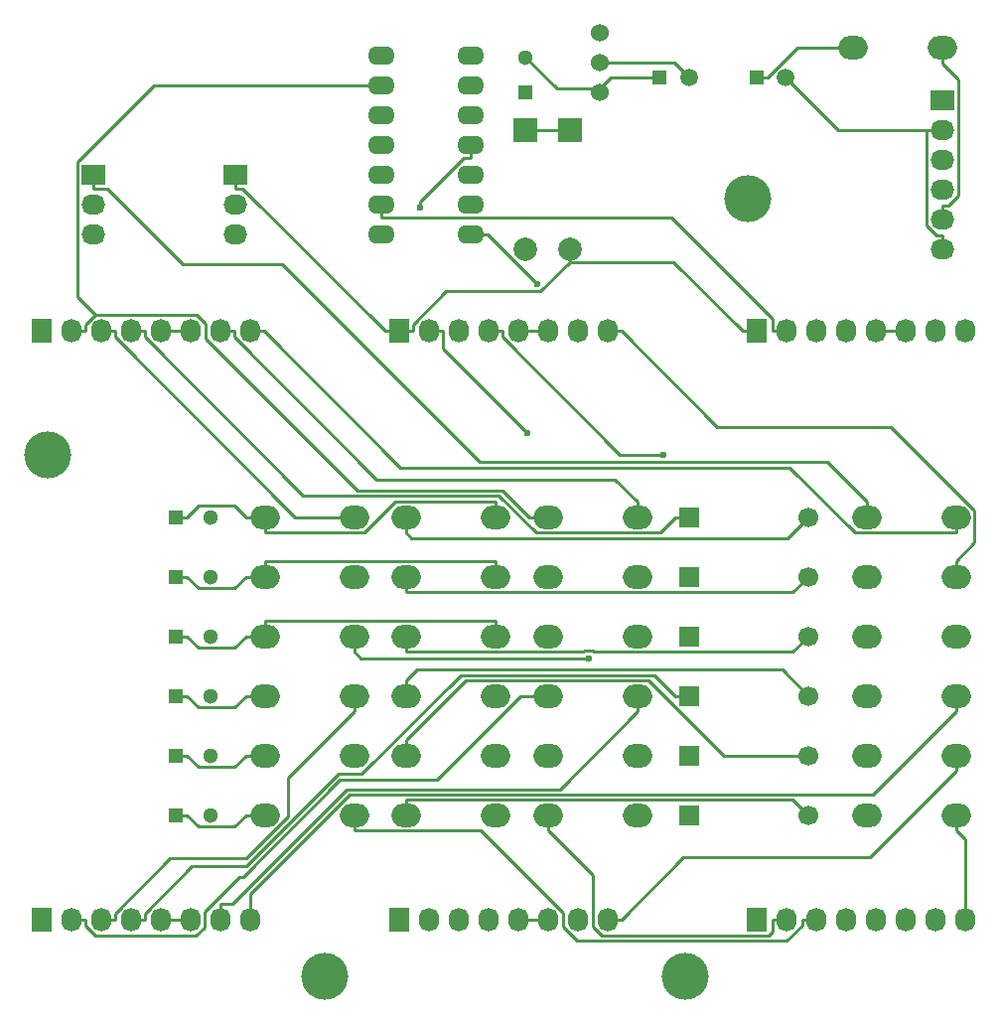
<source format=gbr>
G04 #@! TF.FileFunction,Copper,L1,Top,Signal*
%FSLAX46Y46*%
G04 Gerber Fmt 4.6, Leading zero omitted, Abs format (unit mm)*
G04 Created by KiCad (PCBNEW 4.0.2+e4-6225~38~ubuntu14.04.1-stable) date Sa 25 Jun 2016 13:28:15 CEST*
%MOMM*%
G01*
G04 APERTURE LIST*
%ADD10C,0.100000*%
%ADD11O,2.500000X2.000000*%
%ADD12R,1.300000X1.300000*%
%ADD13C,1.300000*%
%ADD14C,1.699260*%
%ADD15R,1.699260X1.699260*%
%ADD16C,1.998980*%
%ADD17R,1.998980X1.998980*%
%ADD18O,2.300000X1.600000*%
%ADD19R,1.727200X2.032000*%
%ADD20O,1.727200X2.032000*%
%ADD21R,2.032000X1.727200*%
%ADD22O,2.032000X1.727200*%
%ADD23C,1.524000*%
%ADD24C,1.500000*%
%ADD25C,4.000000*%
%ADD26C,0.600000*%
%ADD27C,0.250000*%
G04 APERTURE END LIST*
D10*
D11*
X98298000Y-73660000D03*
X105918000Y-73660000D03*
X104775000Y-23495000D03*
X97155000Y-23495000D03*
D12*
X39370000Y-63500000D03*
D13*
X42370000Y-63500000D03*
D12*
X69215000Y-27305000D03*
D13*
X69215000Y-24305000D03*
D14*
X93345520Y-63497460D03*
D15*
X83185520Y-63497460D03*
D16*
X73027540Y-40640000D03*
D17*
X73027540Y-30480000D03*
D16*
X69217540Y-40640000D03*
D17*
X69217540Y-30480000D03*
D18*
X56896000Y-24130000D03*
X56896000Y-26670000D03*
X56896000Y-29210000D03*
X56896000Y-31750000D03*
X56896000Y-34290000D03*
X56896000Y-36830000D03*
X56896000Y-39370000D03*
X64516000Y-39370000D03*
X64516000Y-36830000D03*
X64516000Y-34290000D03*
X64516000Y-31750000D03*
X64516000Y-29210000D03*
X64516000Y-26670000D03*
X64516000Y-24130000D03*
D11*
X59055000Y-63500000D03*
X66675000Y-63500000D03*
X71120000Y-63500000D03*
X78740000Y-63500000D03*
D12*
X39370000Y-68580000D03*
D13*
X42370000Y-68580000D03*
D12*
X39370000Y-73660000D03*
D13*
X42370000Y-73660000D03*
D12*
X39370000Y-78740000D03*
D13*
X42370000Y-78740000D03*
D12*
X39370000Y-83820000D03*
D13*
X42370000Y-83820000D03*
D12*
X39370000Y-88900000D03*
D13*
X42370000Y-88900000D03*
D14*
X93345520Y-68577460D03*
D15*
X83185520Y-68577460D03*
D14*
X93345520Y-73657460D03*
D15*
X83185520Y-73657460D03*
D14*
X93345520Y-78737460D03*
D15*
X83185520Y-78737460D03*
D14*
X93345520Y-83817460D03*
D15*
X83185520Y-83817460D03*
D14*
X93345520Y-88897460D03*
D15*
X83185520Y-88897460D03*
D19*
X27940000Y-47625000D03*
D20*
X30480000Y-47625000D03*
X33020000Y-47625000D03*
X35560000Y-47625000D03*
X38100000Y-47625000D03*
X40640000Y-47625000D03*
X43180000Y-47625000D03*
X45720000Y-47625000D03*
D19*
X58420000Y-47625000D03*
D20*
X60960000Y-47625000D03*
X63500000Y-47625000D03*
X66040000Y-47625000D03*
X68580000Y-47625000D03*
X71120000Y-47625000D03*
X73660000Y-47625000D03*
X76200000Y-47625000D03*
D19*
X88900000Y-47625000D03*
D20*
X91440000Y-47625000D03*
X93980000Y-47625000D03*
X96520000Y-47625000D03*
X99060000Y-47625000D03*
X101600000Y-47625000D03*
X104140000Y-47625000D03*
X106680000Y-47625000D03*
D19*
X27940000Y-97790000D03*
D20*
X30480000Y-97790000D03*
X33020000Y-97790000D03*
X35560000Y-97790000D03*
X38100000Y-97790000D03*
X40640000Y-97790000D03*
X43180000Y-97790000D03*
X45720000Y-97790000D03*
D19*
X58420000Y-97790000D03*
D20*
X60960000Y-97790000D03*
X63500000Y-97790000D03*
X66040000Y-97790000D03*
X68580000Y-97790000D03*
X71120000Y-97790000D03*
X73660000Y-97790000D03*
X76200000Y-97790000D03*
D19*
X88900000Y-97790000D03*
D20*
X91440000Y-97790000D03*
X93980000Y-97790000D03*
X96520000Y-97790000D03*
X99060000Y-97790000D03*
X101600000Y-97790000D03*
X104140000Y-97790000D03*
X106680000Y-97790000D03*
D21*
X44450000Y-34290000D03*
D22*
X44450000Y-36830000D03*
X44450000Y-39370000D03*
D21*
X32385000Y-34290000D03*
D22*
X32385000Y-36830000D03*
X32385000Y-39370000D03*
D11*
X46990000Y-63500000D03*
X54610000Y-63500000D03*
X46990000Y-68580000D03*
X54610000Y-68580000D03*
X59055000Y-68580000D03*
X66675000Y-68580000D03*
X46990000Y-73660000D03*
X54610000Y-73660000D03*
X59055000Y-73660000D03*
X66675000Y-73660000D03*
X46990000Y-78740000D03*
X54610000Y-78740000D03*
X59055000Y-78740000D03*
X66675000Y-78740000D03*
X46990000Y-83820000D03*
X54610000Y-83820000D03*
X59055000Y-83820000D03*
X66675000Y-83820000D03*
X46990000Y-88900000D03*
X54610000Y-88900000D03*
X59055000Y-88900000D03*
X66675000Y-88900000D03*
X71120000Y-68580000D03*
X78740000Y-68580000D03*
X71120000Y-73660000D03*
X78740000Y-73660000D03*
X71120000Y-78740000D03*
X78740000Y-78740000D03*
X71120000Y-83820000D03*
X78740000Y-83820000D03*
X71120000Y-88900000D03*
X78740000Y-88900000D03*
X98298000Y-63500000D03*
X105918000Y-63500000D03*
X98298000Y-68580000D03*
X105918000Y-68580000D03*
X98298000Y-78740000D03*
X105918000Y-78740000D03*
X98298000Y-83820000D03*
X105918000Y-83820000D03*
X98298000Y-88900000D03*
X105918000Y-88900000D03*
D21*
X104775000Y-27940000D03*
D22*
X104775000Y-30480000D03*
X104775000Y-33020000D03*
X104775000Y-35560000D03*
X104775000Y-38100000D03*
X104775000Y-40640000D03*
D23*
X75565000Y-24765000D03*
X75565000Y-22225000D03*
X75565000Y-27305000D03*
D24*
X91400000Y-26035000D03*
D12*
X88900000Y-26035000D03*
X80645000Y-26035000D03*
D24*
X83145000Y-26035000D03*
D25*
X82804000Y-102616000D03*
X52070000Y-102616000D03*
X88138000Y-36322000D03*
X28448000Y-58166000D03*
D26*
X60210500Y-37129400D03*
X69370600Y-56326500D03*
X70240400Y-43619700D03*
X74611300Y-75537000D03*
X81010600Y-58176600D03*
D27*
X45414700Y-63500000D02*
X46990000Y-63500000D01*
X44439400Y-62524700D02*
X45414700Y-63500000D01*
X41320600Y-62524700D02*
X44439400Y-62524700D01*
X40345300Y-63500000D02*
X41320600Y-62524700D01*
X39370000Y-63500000D02*
X40345300Y-63500000D01*
X46990000Y-64825300D02*
X46990000Y-63500000D01*
X55467100Y-64825300D02*
X46990000Y-64825300D01*
X58117700Y-62174700D02*
X55467100Y-64825300D01*
X66675000Y-62174700D02*
X58117700Y-62174700D01*
X66675000Y-63500000D02*
X66675000Y-62174700D01*
X44450000Y-35478900D02*
X44450000Y-34290000D01*
X45085000Y-35478900D02*
X44450000Y-35478900D01*
X57231100Y-47625000D02*
X45085000Y-35478900D01*
X58420000Y-47625000D02*
X57231100Y-47625000D01*
X81875000Y-24765000D02*
X83145000Y-26035000D01*
X75565000Y-24765000D02*
X81875000Y-24765000D01*
X70499500Y-44245000D02*
X73027500Y-41717000D01*
X62468800Y-44245000D02*
X70499500Y-44245000D01*
X59608900Y-47104900D02*
X62468800Y-44245000D01*
X59608900Y-47625000D02*
X59608900Y-47104900D01*
X58420000Y-47625000D02*
X59608900Y-47625000D01*
X73027500Y-41717000D02*
X73027500Y-40640000D01*
X87711100Y-47625000D02*
X88900000Y-47625000D01*
X81803100Y-41717000D02*
X87711100Y-47625000D01*
X73027500Y-41717000D02*
X81803100Y-41717000D01*
X103427000Y-38622800D02*
X103427000Y-30480000D01*
X104255000Y-39451100D02*
X103427000Y-38622800D01*
X104775000Y-39451100D02*
X104255000Y-39451100D01*
X104775000Y-40640000D02*
X104775000Y-39451100D01*
X95845000Y-30480000D02*
X103427000Y-30480000D01*
X91400000Y-26035000D02*
X95845000Y-30480000D01*
X103427000Y-30480000D02*
X104775000Y-30480000D01*
X40345300Y-68580000D02*
X39370000Y-68580000D01*
X41321900Y-69556600D02*
X40345300Y-68580000D01*
X44438100Y-69556600D02*
X41321900Y-69556600D01*
X45414700Y-68580000D02*
X44438100Y-69556600D01*
X46990000Y-68580000D02*
X45414700Y-68580000D01*
X66675000Y-67254700D02*
X66675000Y-68580000D01*
X46990000Y-67254700D02*
X66675000Y-67254700D01*
X46990000Y-68580000D02*
X46990000Y-67254700D01*
X40345300Y-73660000D02*
X39370000Y-73660000D01*
X41321900Y-74636600D02*
X40345300Y-73660000D01*
X44438100Y-74636600D02*
X41321900Y-74636600D01*
X45414700Y-73660000D02*
X44438100Y-74636600D01*
X46990000Y-73660000D02*
X45414700Y-73660000D01*
X66675000Y-72334700D02*
X66675000Y-73660000D01*
X46990000Y-72334700D02*
X66675000Y-72334700D01*
X46990000Y-73660000D02*
X46990000Y-72334700D01*
X45414700Y-78740000D02*
X46990000Y-78740000D01*
X44439400Y-79715300D02*
X45414700Y-78740000D01*
X41320600Y-79715300D02*
X44439400Y-79715300D01*
X40345300Y-78740000D02*
X41320600Y-79715300D01*
X39370000Y-78740000D02*
X40345300Y-78740000D01*
X45414700Y-83820000D02*
X46990000Y-83820000D01*
X44439400Y-84795300D02*
X45414700Y-83820000D01*
X41320600Y-84795300D02*
X44439400Y-84795300D01*
X40345300Y-83820000D02*
X41320600Y-84795300D01*
X39370000Y-83820000D02*
X40345300Y-83820000D01*
X60210500Y-36592400D02*
X60210500Y-37129400D01*
X63927600Y-32875300D02*
X60210500Y-36592400D01*
X64516000Y-32875300D02*
X63927600Y-32875300D01*
X64516000Y-31750000D02*
X64516000Y-32875300D01*
X45414700Y-88900000D02*
X46990000Y-88900000D01*
X44439400Y-89875300D02*
X45414700Y-88900000D01*
X41320600Y-89875300D02*
X44439400Y-89875300D01*
X40345300Y-88900000D02*
X41320600Y-89875300D01*
X39370000Y-88900000D02*
X40345300Y-88900000D01*
X37576100Y-26670000D02*
X56896000Y-26670000D01*
X31043600Y-33202500D02*
X37576100Y-26670000D01*
X31043600Y-44757200D02*
X31043600Y-33202500D01*
X32530100Y-46243700D02*
X31043600Y-44757200D01*
X31668900Y-47104900D02*
X32530100Y-46243700D01*
X31668900Y-47625000D02*
X31668900Y-47104900D01*
X30480000Y-47625000D02*
X31668900Y-47625000D01*
X69544700Y-63500000D02*
X71120000Y-63500000D01*
X67234000Y-61189300D02*
X69544700Y-63500000D01*
X54856200Y-61189300D02*
X67234000Y-61189300D01*
X41910000Y-48243100D02*
X54856200Y-61189300D01*
X41910000Y-46993400D02*
X41910000Y-48243100D01*
X41160300Y-46243700D02*
X41910000Y-46993400D01*
X32530100Y-46243700D02*
X41160300Y-46243700D01*
X62148900Y-49104800D02*
X69370600Y-56326500D01*
X62148900Y-47625000D02*
X62148900Y-49104800D01*
X60960000Y-47625000D02*
X62148900Y-47625000D01*
X90251100Y-47625000D02*
X91440000Y-47625000D01*
X90251100Y-46584700D02*
X90251100Y-47625000D01*
X81621700Y-37955300D02*
X90251100Y-46584700D01*
X56896000Y-37955300D02*
X81621700Y-37955300D01*
X56896000Y-36830000D02*
X56896000Y-37955300D01*
X65991300Y-39370600D02*
X70240400Y-43619700D01*
X65991300Y-39370000D02*
X65991300Y-39370600D01*
X64516000Y-39370000D02*
X65991300Y-39370000D01*
X31668900Y-97790000D02*
X30480000Y-97790000D01*
X31668900Y-98310100D02*
X31668900Y-97790000D01*
X32528100Y-99169300D02*
X31668900Y-98310100D01*
X41116700Y-99169300D02*
X32528100Y-99169300D01*
X41829000Y-98457000D02*
X41116700Y-99169300D01*
X41829000Y-97140600D02*
X41829000Y-98457000D01*
X44801100Y-94168500D02*
X41829000Y-97140600D01*
X45119700Y-94168500D02*
X44801100Y-94168500D01*
X53390000Y-85898200D02*
X45119700Y-94168500D01*
X61641400Y-85898200D02*
X53390000Y-85898200D01*
X68799600Y-78740000D02*
X61641400Y-85898200D01*
X71120000Y-78740000D02*
X68799600Y-78740000D01*
X90251100Y-97790000D02*
X91440000Y-97790000D01*
X90251100Y-98830300D02*
X90251100Y-97790000D01*
X89949300Y-99132100D02*
X90251100Y-98830300D01*
X75705100Y-99132100D02*
X89949300Y-99132100D01*
X74930000Y-98357000D02*
X75705100Y-99132100D01*
X74930000Y-94035300D02*
X74930000Y-98357000D01*
X71120000Y-90225300D02*
X74930000Y-94035300D01*
X71120000Y-88900000D02*
X71120000Y-90225300D01*
X49563800Y-63500000D02*
X54610000Y-63500000D01*
X34208900Y-48145100D02*
X49563800Y-63500000D01*
X34208900Y-47625000D02*
X34208900Y-48145100D01*
X33020000Y-47625000D02*
X34208900Y-47625000D01*
X40640000Y-47625000D02*
X38100000Y-47625000D01*
X44368900Y-47625000D02*
X43180000Y-47625000D01*
X44368900Y-48145100D02*
X44368900Y-47625000D01*
X56512600Y-60288800D02*
X44368900Y-48145100D01*
X76854100Y-60288800D02*
X56512600Y-60288800D01*
X78740000Y-62174700D02*
X76854100Y-60288800D01*
X78740000Y-63500000D02*
X78740000Y-62174700D01*
X105918000Y-64825300D02*
X105918000Y-63500000D01*
X97304600Y-64825300D02*
X105918000Y-64825300D01*
X91731500Y-59252200D02*
X97304600Y-64825300D01*
X58536100Y-59252200D02*
X91731500Y-59252200D01*
X46908900Y-47625000D02*
X58536100Y-59252200D01*
X45720000Y-47625000D02*
X46908900Y-47625000D01*
X71120000Y-47625000D02*
X68580000Y-47625000D01*
X77388900Y-47625000D02*
X76200000Y-47625000D01*
X85562200Y-55798300D02*
X77388900Y-47625000D01*
X100392000Y-55798300D02*
X85562200Y-55798300D01*
X107511000Y-62917300D02*
X100392000Y-55798300D01*
X107511000Y-65662100D02*
X107511000Y-62917300D01*
X105918000Y-67254700D02*
X107511000Y-65662100D01*
X105918000Y-68580000D02*
X105918000Y-67254700D01*
X55161700Y-75537000D02*
X74611300Y-75537000D01*
X54610000Y-74985300D02*
X55161700Y-75537000D01*
X54610000Y-73660000D02*
X54610000Y-74985300D01*
X101600000Y-47625000D02*
X99060000Y-47625000D01*
X34208900Y-97790000D02*
X33020000Y-97790000D01*
X34208900Y-97269900D02*
X34208900Y-97790000D01*
X38886300Y-92592500D02*
X34208900Y-97269900D01*
X45421900Y-92592500D02*
X38886300Y-92592500D01*
X48985000Y-89029400D02*
X45421900Y-92592500D01*
X48985000Y-85690300D02*
X48985000Y-89029400D01*
X54610000Y-80065300D02*
X48985000Y-85690300D01*
X54610000Y-78740000D02*
X54610000Y-80065300D01*
X40640000Y-97790000D02*
X38100000Y-97790000D01*
X43180000Y-96448700D02*
X43180000Y-97790000D01*
X44188800Y-96448700D02*
X43180000Y-96448700D01*
X53963600Y-86673900D02*
X44188800Y-96448700D01*
X72131400Y-86673900D02*
X53963600Y-86673900D01*
X78740000Y-80065300D02*
X72131400Y-86673900D01*
X78740000Y-78740000D02*
X78740000Y-80065300D01*
X45720000Y-95610000D02*
X45720000Y-97790000D01*
X54205700Y-87124300D02*
X45720000Y-95610000D01*
X98859000Y-87124300D02*
X54205700Y-87124300D01*
X105918000Y-80065300D02*
X98859000Y-87124300D01*
X105918000Y-78740000D02*
X105918000Y-80065300D01*
X71120000Y-97790000D02*
X68580000Y-97790000D01*
X105918000Y-85145300D02*
X105918000Y-83820000D01*
X98563700Y-92499600D02*
X105918000Y-85145300D01*
X82679300Y-92499600D02*
X98563700Y-92499600D01*
X77388900Y-97790000D02*
X82679300Y-92499600D01*
X76200000Y-97790000D02*
X77388900Y-97790000D01*
X92791100Y-97790000D02*
X93980000Y-97790000D01*
X92791100Y-98310100D02*
X92791100Y-97790000D01*
X91509000Y-99592200D02*
X92791100Y-98310100D01*
X73626100Y-99592200D02*
X91509000Y-99592200D01*
X72390000Y-98356100D02*
X73626100Y-99592200D01*
X72390000Y-97201000D02*
X72390000Y-98356100D01*
X65414300Y-90225300D02*
X72390000Y-97201000D01*
X54610000Y-90225300D02*
X65414300Y-90225300D01*
X54610000Y-88900000D02*
X54610000Y-90225300D01*
X106680000Y-90987300D02*
X106680000Y-97790000D01*
X105918000Y-90225300D02*
X106680000Y-90987300D01*
X105918000Y-88900000D02*
X105918000Y-90225300D01*
X98298000Y-62174700D02*
X98298000Y-63500000D01*
X94925200Y-58801900D02*
X98298000Y-62174700D01*
X65334000Y-58801900D02*
X94925200Y-58801900D01*
X48458300Y-41926200D02*
X65334000Y-58801900D01*
X40021200Y-41926200D02*
X48458300Y-41926200D01*
X33573900Y-35478900D02*
X40021200Y-41926200D01*
X32385000Y-35478900D02*
X33573900Y-35478900D01*
X32385000Y-34290000D02*
X32385000Y-35478900D01*
X104775000Y-36911100D02*
X104775000Y-38100000D01*
X105295000Y-36911100D02*
X104775000Y-36911100D01*
X106116000Y-36089800D02*
X105295000Y-36911100D01*
X106116000Y-26161700D02*
X106116000Y-36089800D01*
X104775000Y-24820300D02*
X106116000Y-26161700D01*
X104775000Y-23495000D02*
X104775000Y-24820300D01*
X75565000Y-26974800D02*
X75565000Y-27305000D01*
X76504800Y-26035000D02*
X75565000Y-26974800D01*
X80645000Y-26035000D02*
X76504800Y-26035000D01*
X71884800Y-26974800D02*
X69215000Y-24305000D01*
X75565000Y-26974800D02*
X71884800Y-26974800D01*
X69217500Y-30480000D02*
X73027500Y-30480000D01*
X92415300Y-23495000D02*
X97155000Y-23495000D01*
X89875300Y-26035000D02*
X92415300Y-23495000D01*
X88900000Y-26035000D02*
X89875300Y-26035000D01*
X91567400Y-65275600D02*
X93345500Y-63497500D01*
X59505300Y-65275600D02*
X91567400Y-65275600D01*
X59055000Y-64825300D02*
X59505300Y-65275600D01*
X59055000Y-63500000D02*
X59055000Y-64825300D01*
X36748900Y-47625000D02*
X35560000Y-47625000D01*
X36748900Y-48145100D02*
X36748900Y-47625000D01*
X50243500Y-61639700D02*
X36748900Y-48145100D01*
X66939000Y-61639700D02*
X50243500Y-61639700D01*
X70124600Y-64825300D02*
X66939000Y-61639700D01*
X80682800Y-64825300D02*
X70124600Y-64825300D01*
X82010600Y-63497500D02*
X80682800Y-64825300D01*
X83185500Y-63497500D02*
X82010600Y-63497500D01*
X92017700Y-69905300D02*
X93345500Y-68577500D01*
X59055000Y-69905300D02*
X92017700Y-69905300D01*
X59055000Y-68580000D02*
X59055000Y-69905300D01*
X77260400Y-58176600D02*
X81010600Y-58176600D01*
X67228900Y-48145100D02*
X77260400Y-58176600D01*
X67228900Y-47625000D02*
X67228900Y-48145100D01*
X66040000Y-47625000D02*
X67228900Y-47625000D01*
X59055000Y-74985300D02*
X59055000Y-73660000D01*
X74154900Y-74985300D02*
X59055000Y-74985300D01*
X74253600Y-74886600D02*
X74154900Y-74985300D01*
X74969100Y-74886600D02*
X74253600Y-74886600D01*
X75067800Y-74985300D02*
X74969100Y-74886600D01*
X92017700Y-74985300D02*
X75067800Y-74985300D01*
X93345500Y-73657500D02*
X92017700Y-74985300D01*
X59055000Y-77414700D02*
X59055000Y-78740000D01*
X59980900Y-76488800D02*
X59055000Y-77414700D01*
X91096800Y-76488800D02*
X59980900Y-76488800D01*
X93345500Y-78737500D02*
X91096800Y-76488800D01*
X36748900Y-97790000D02*
X35560000Y-97790000D01*
X36748900Y-97269900D02*
X36748900Y-97790000D01*
X40750900Y-93267900D02*
X36748900Y-97269900D01*
X45383400Y-93267900D02*
X40750900Y-93267900D01*
X53258000Y-85393300D02*
X45383400Y-93267900D01*
X55248100Y-85393300D02*
X53258000Y-85393300D01*
X63702200Y-76939200D02*
X55248100Y-85393300D01*
X80212300Y-76939200D02*
X63702200Y-76939200D01*
X82010600Y-78737500D02*
X80212300Y-76939200D01*
X83185500Y-78737500D02*
X82010600Y-78737500D01*
X86100600Y-83817500D02*
X93345500Y-83817500D01*
X79672700Y-77389600D02*
X86100600Y-83817500D01*
X64160100Y-77389600D02*
X79672700Y-77389600D01*
X59055000Y-82494700D02*
X64160100Y-77389600D01*
X59055000Y-83820000D02*
X59055000Y-82494700D01*
X92022700Y-87574700D02*
X93345500Y-88897500D01*
X59055000Y-87574700D02*
X92022700Y-87574700D01*
X59055000Y-88900000D02*
X59055000Y-87574700D01*
M02*

</source>
